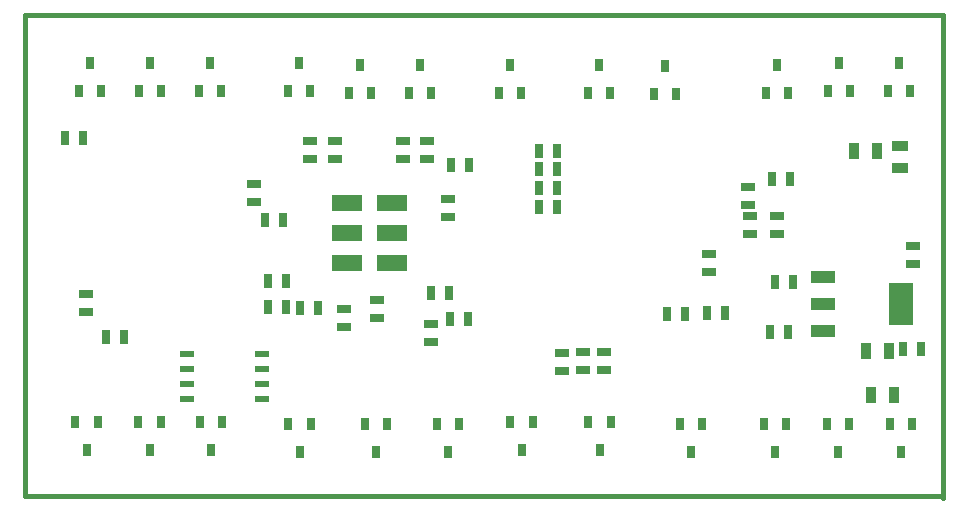
<source format=gbp>
G04 (created by PCBNEW-RS274X (2012-01-19 BZR 3256)-stable) date Tue 07 Aug 2012 08:30:04 PM COT*
G01*
G70*
G90*
%MOIN*%
G04 Gerber Fmt 3.4, Leading zero omitted, Abs format*
%FSLAX34Y34*%
G04 APERTURE LIST*
%ADD10C,0.006000*%
%ADD11C,0.015000*%
%ADD12R,0.080000X0.144000*%
%ADD13R,0.080000X0.040000*%
%ADD14R,0.045000X0.025000*%
%ADD15R,0.025000X0.045000*%
%ADD16R,0.035000X0.055000*%
%ADD17R,0.055000X0.035000*%
%ADD18R,0.100000X0.055000*%
%ADD19R,0.045000X0.020000*%
%ADD20R,0.031000X0.039000*%
G04 APERTURE END LIST*
G54D10*
G54D11*
X39400Y-34450D02*
X39400Y-18400D01*
X70000Y-34450D02*
X39400Y-34450D01*
X70000Y-34400D02*
X70000Y-34450D01*
X70000Y-34500D02*
X70000Y-34400D01*
X70000Y-34400D02*
X70000Y-34500D01*
X70000Y-18400D02*
X70000Y-34400D01*
X39400Y-18400D02*
X70000Y-18400D01*
G54D12*
X68574Y-28061D03*
G54D13*
X65974Y-28061D03*
X65974Y-27161D03*
X65974Y-28961D03*
G54D14*
X41427Y-27722D03*
X41427Y-28322D03*
X52800Y-22625D03*
X52800Y-23225D03*
G54D15*
X52925Y-27675D03*
X53525Y-27675D03*
X48550Y-28175D03*
X49150Y-28175D03*
G54D14*
X47030Y-24640D03*
X47030Y-24040D03*
G54D15*
X48080Y-28150D03*
X47480Y-28150D03*
X47475Y-27275D03*
X48075Y-27275D03*
G54D14*
X51975Y-22625D03*
X51975Y-23225D03*
G54D15*
X47397Y-25256D03*
X47997Y-25256D03*
G54D14*
X50025Y-28825D03*
X50025Y-28225D03*
X48875Y-22625D03*
X48875Y-23225D03*
X52925Y-29325D03*
X52925Y-28725D03*
G54D15*
X54158Y-28533D03*
X53558Y-28533D03*
G54D14*
X53500Y-25150D03*
X53500Y-24550D03*
X49725Y-22625D03*
X49725Y-23225D03*
G54D15*
X54175Y-23425D03*
X53575Y-23425D03*
G54D14*
X51125Y-27925D03*
X51125Y-28525D03*
G54D16*
X67600Y-31075D03*
X68350Y-31075D03*
G54D17*
X68550Y-22775D03*
X68550Y-23525D03*
G54D16*
X67025Y-22950D03*
X67775Y-22950D03*
X68175Y-29600D03*
X67425Y-29600D03*
G54D14*
X64449Y-25713D03*
X64449Y-25113D03*
X63563Y-25723D03*
X63563Y-25123D03*
X69000Y-26700D03*
X69000Y-26100D03*
X62175Y-26383D03*
X62175Y-26983D03*
G54D15*
X64808Y-28996D03*
X64208Y-28996D03*
X64275Y-23875D03*
X64875Y-23875D03*
X62725Y-28350D03*
X62125Y-28350D03*
X60800Y-28375D03*
X61400Y-28375D03*
G54D18*
X51625Y-24675D03*
X51625Y-25675D03*
X51625Y-26675D03*
X50125Y-26675D03*
X50125Y-25675D03*
X50125Y-24675D03*
G54D15*
X65005Y-27323D03*
X64405Y-27323D03*
G54D19*
X44800Y-29700D03*
X44800Y-30200D03*
X44800Y-30700D03*
X44800Y-31200D03*
X47300Y-31200D03*
X47300Y-30700D03*
X47300Y-30200D03*
X47300Y-29700D03*
G54D20*
X60350Y-21040D03*
X61090Y-21040D03*
X60720Y-20100D03*
X64090Y-21010D03*
X64830Y-21010D03*
X64460Y-20070D03*
X66140Y-20960D03*
X66880Y-20960D03*
X66510Y-20020D03*
X68140Y-20960D03*
X68880Y-20960D03*
X68510Y-20020D03*
X50190Y-21010D03*
X50930Y-21010D03*
X50560Y-20070D03*
X52190Y-21010D03*
X52930Y-21010D03*
X52560Y-20070D03*
X55190Y-21010D03*
X55930Y-21010D03*
X55560Y-20070D03*
X58140Y-21010D03*
X58880Y-21010D03*
X58510Y-20070D03*
G54D15*
X42080Y-29140D03*
X42680Y-29140D03*
G54D14*
X63500Y-24150D03*
X63500Y-24750D03*
G54D15*
X40725Y-22525D03*
X41325Y-22525D03*
X56510Y-24190D03*
X57110Y-24190D03*
X56510Y-22950D03*
X57110Y-22950D03*
X56510Y-23560D03*
X57110Y-23560D03*
X56510Y-24820D03*
X57110Y-24820D03*
G54D20*
X41190Y-20960D03*
X41930Y-20960D03*
X41560Y-20020D03*
X43190Y-20960D03*
X43930Y-20960D03*
X43560Y-20020D03*
X45190Y-20960D03*
X45930Y-20960D03*
X45560Y-20020D03*
X48140Y-20960D03*
X48880Y-20960D03*
X48510Y-20020D03*
X41810Y-31990D03*
X41070Y-31990D03*
X41440Y-32930D03*
X51460Y-32040D03*
X50720Y-32040D03*
X51090Y-32980D03*
X61960Y-32040D03*
X61220Y-32040D03*
X61590Y-32980D03*
X43910Y-31990D03*
X43170Y-31990D03*
X43540Y-32930D03*
X53860Y-32040D03*
X53120Y-32040D03*
X53490Y-32980D03*
X64760Y-32040D03*
X64020Y-32040D03*
X64390Y-32980D03*
X45960Y-31990D03*
X45220Y-31990D03*
X45590Y-32930D03*
X56310Y-31990D03*
X55570Y-31990D03*
X55940Y-32930D03*
X66860Y-32040D03*
X66120Y-32040D03*
X66490Y-32980D03*
X48910Y-32040D03*
X48170Y-32040D03*
X48540Y-32980D03*
X58910Y-31990D03*
X58170Y-31990D03*
X58540Y-32930D03*
X68960Y-32040D03*
X68220Y-32040D03*
X68590Y-32980D03*
G54D14*
X58675Y-30250D03*
X58675Y-29650D03*
X57975Y-30250D03*
X57975Y-29650D03*
X57300Y-30275D03*
X57300Y-29675D03*
G54D15*
X68650Y-29550D03*
X69250Y-29550D03*
M02*

</source>
